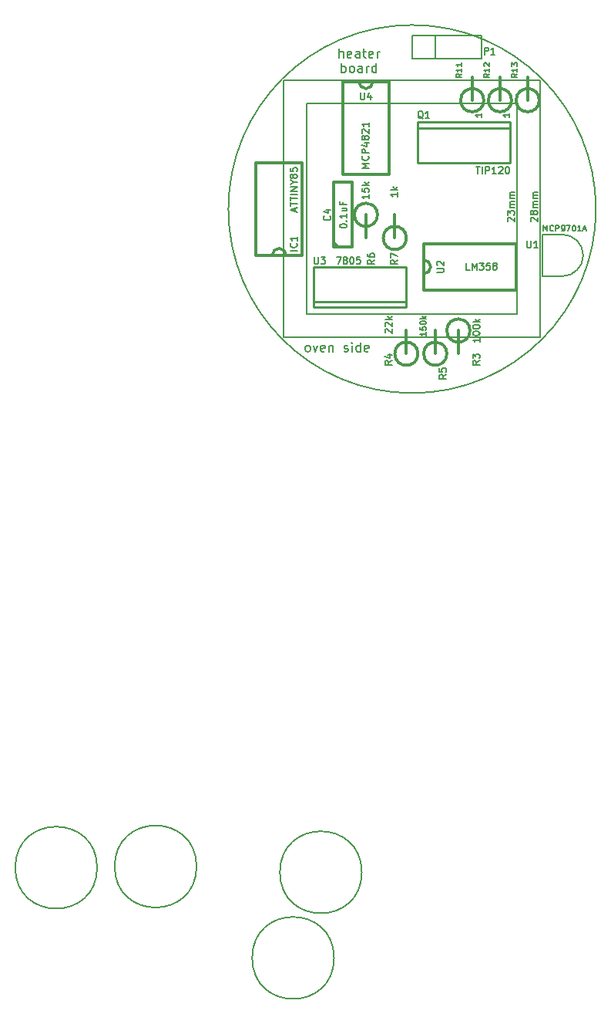
<source format=gto>
G04 (created by PCBNEW (2013-07-07 BZR 4022)-stable) date 6/17/2014 7:27:19 PM*
%MOIN*%
G04 Gerber Fmt 3.4, Leading zero omitted, Abs format*
%FSLAX34Y34*%
G01*
G70*
G90*
G04 APERTURE LIST*
%ADD10C,0.00393701*%
%ADD11C,0.006*%
%ADD12C,0.00787402*%
%ADD13C,0.008*%
%ADD14C,0.00590551*%
%ADD15C,0.012*%
%ADD16C,0.01*%
%ADD17C,0.005*%
G04 APERTURE END LIST*
G54D10*
G54D11*
X90150Y-55028D02*
X90135Y-55014D01*
X90121Y-54985D01*
X90121Y-54914D01*
X90135Y-54885D01*
X90150Y-54871D01*
X90178Y-54857D01*
X90207Y-54857D01*
X90250Y-54871D01*
X90421Y-55042D01*
X90421Y-54857D01*
X90250Y-54685D02*
X90235Y-54714D01*
X90221Y-54728D01*
X90192Y-54742D01*
X90178Y-54742D01*
X90150Y-54728D01*
X90135Y-54714D01*
X90121Y-54685D01*
X90121Y-54628D01*
X90135Y-54600D01*
X90150Y-54585D01*
X90178Y-54571D01*
X90192Y-54571D01*
X90221Y-54585D01*
X90235Y-54600D01*
X90250Y-54628D01*
X90250Y-54685D01*
X90264Y-54714D01*
X90278Y-54728D01*
X90307Y-54742D01*
X90364Y-54742D01*
X90392Y-54728D01*
X90407Y-54714D01*
X90421Y-54685D01*
X90421Y-54628D01*
X90407Y-54600D01*
X90392Y-54585D01*
X90364Y-54571D01*
X90307Y-54571D01*
X90278Y-54585D01*
X90264Y-54600D01*
X90250Y-54628D01*
X90421Y-54442D02*
X90221Y-54442D01*
X90250Y-54442D02*
X90235Y-54428D01*
X90221Y-54400D01*
X90221Y-54357D01*
X90235Y-54328D01*
X90264Y-54314D01*
X90421Y-54314D01*
X90264Y-54314D02*
X90235Y-54300D01*
X90221Y-54271D01*
X90221Y-54228D01*
X90235Y-54200D01*
X90264Y-54185D01*
X90421Y-54185D01*
X90421Y-54042D02*
X90221Y-54042D01*
X90250Y-54042D02*
X90235Y-54028D01*
X90221Y-54000D01*
X90221Y-53957D01*
X90235Y-53928D01*
X90264Y-53914D01*
X90421Y-53914D01*
X90264Y-53914D02*
X90235Y-53900D01*
X90221Y-53871D01*
X90221Y-53828D01*
X90235Y-53800D01*
X90264Y-53785D01*
X90421Y-53785D01*
X89150Y-55028D02*
X89135Y-55014D01*
X89121Y-54985D01*
X89121Y-54914D01*
X89135Y-54885D01*
X89150Y-54871D01*
X89178Y-54857D01*
X89207Y-54857D01*
X89250Y-54871D01*
X89421Y-55042D01*
X89421Y-54857D01*
X89121Y-54757D02*
X89121Y-54571D01*
X89235Y-54671D01*
X89235Y-54628D01*
X89250Y-54600D01*
X89264Y-54585D01*
X89292Y-54571D01*
X89364Y-54571D01*
X89392Y-54585D01*
X89407Y-54600D01*
X89421Y-54628D01*
X89421Y-54714D01*
X89407Y-54742D01*
X89392Y-54757D01*
X89421Y-54442D02*
X89221Y-54442D01*
X89250Y-54442D02*
X89235Y-54428D01*
X89221Y-54400D01*
X89221Y-54357D01*
X89235Y-54328D01*
X89264Y-54314D01*
X89421Y-54314D01*
X89264Y-54314D02*
X89235Y-54300D01*
X89221Y-54271D01*
X89221Y-54228D01*
X89235Y-54200D01*
X89264Y-54185D01*
X89421Y-54185D01*
X89421Y-54042D02*
X89221Y-54042D01*
X89250Y-54042D02*
X89235Y-54028D01*
X89221Y-54000D01*
X89221Y-53957D01*
X89235Y-53928D01*
X89264Y-53914D01*
X89421Y-53914D01*
X89264Y-53914D02*
X89235Y-53900D01*
X89221Y-53871D01*
X89221Y-53828D01*
X89235Y-53800D01*
X89264Y-53785D01*
X89421Y-53785D01*
G54D12*
X80450Y-59050D02*
X80450Y-49950D01*
X89550Y-59050D02*
X80450Y-59050D01*
X89550Y-49950D02*
X89550Y-59050D01*
X80450Y-49950D02*
X89550Y-49950D01*
X79450Y-60050D02*
X79450Y-48950D01*
X90550Y-60050D02*
X79450Y-60050D01*
X90550Y-48950D02*
X90550Y-60050D01*
X79450Y-48950D02*
X90550Y-48950D01*
G54D13*
X80454Y-60661D02*
X80416Y-60642D01*
X80397Y-60623D01*
X80378Y-60585D01*
X80378Y-60471D01*
X80397Y-60433D01*
X80416Y-60414D01*
X80454Y-60395D01*
X80511Y-60395D01*
X80550Y-60414D01*
X80569Y-60433D01*
X80588Y-60471D01*
X80588Y-60585D01*
X80569Y-60623D01*
X80550Y-60642D01*
X80511Y-60661D01*
X80454Y-60661D01*
X80721Y-60395D02*
X80816Y-60661D01*
X80911Y-60395D01*
X81216Y-60642D02*
X81178Y-60661D01*
X81102Y-60661D01*
X81064Y-60642D01*
X81045Y-60604D01*
X81045Y-60452D01*
X81064Y-60414D01*
X81102Y-60395D01*
X81178Y-60395D01*
X81216Y-60414D01*
X81235Y-60452D01*
X81235Y-60490D01*
X81045Y-60528D01*
X81407Y-60395D02*
X81407Y-60661D01*
X81407Y-60433D02*
X81426Y-60414D01*
X81464Y-60395D01*
X81521Y-60395D01*
X81559Y-60414D01*
X81578Y-60452D01*
X81578Y-60661D01*
X82054Y-60642D02*
X82092Y-60661D01*
X82169Y-60661D01*
X82207Y-60642D01*
X82226Y-60604D01*
X82226Y-60585D01*
X82207Y-60547D01*
X82169Y-60528D01*
X82111Y-60528D01*
X82073Y-60509D01*
X82054Y-60471D01*
X82054Y-60452D01*
X82073Y-60414D01*
X82111Y-60395D01*
X82169Y-60395D01*
X82207Y-60414D01*
X82397Y-60661D02*
X82397Y-60395D01*
X82397Y-60261D02*
X82378Y-60280D01*
X82397Y-60300D01*
X82416Y-60280D01*
X82397Y-60261D01*
X82397Y-60300D01*
X82759Y-60661D02*
X82759Y-60261D01*
X82759Y-60642D02*
X82721Y-60661D01*
X82645Y-60661D01*
X82607Y-60642D01*
X82588Y-60623D01*
X82569Y-60585D01*
X82569Y-60471D01*
X82588Y-60433D01*
X82607Y-60414D01*
X82645Y-60395D01*
X82721Y-60395D01*
X82759Y-60414D01*
X83102Y-60642D02*
X83064Y-60661D01*
X82988Y-60661D01*
X82950Y-60642D01*
X82930Y-60604D01*
X82930Y-60452D01*
X82950Y-60414D01*
X82988Y-60395D01*
X83064Y-60395D01*
X83102Y-60414D01*
X83121Y-60452D01*
X83121Y-60490D01*
X82930Y-60528D01*
X81852Y-47961D02*
X81852Y-47561D01*
X82023Y-47961D02*
X82023Y-47752D01*
X82004Y-47714D01*
X81966Y-47695D01*
X81909Y-47695D01*
X81871Y-47714D01*
X81852Y-47733D01*
X82366Y-47942D02*
X82328Y-47961D01*
X82252Y-47961D01*
X82214Y-47942D01*
X82195Y-47904D01*
X82195Y-47752D01*
X82214Y-47714D01*
X82252Y-47695D01*
X82328Y-47695D01*
X82366Y-47714D01*
X82385Y-47752D01*
X82385Y-47790D01*
X82195Y-47828D01*
X82728Y-47961D02*
X82728Y-47752D01*
X82709Y-47714D01*
X82671Y-47695D01*
X82595Y-47695D01*
X82557Y-47714D01*
X82728Y-47942D02*
X82690Y-47961D01*
X82595Y-47961D01*
X82557Y-47942D01*
X82538Y-47904D01*
X82538Y-47866D01*
X82557Y-47828D01*
X82595Y-47809D01*
X82690Y-47809D01*
X82728Y-47790D01*
X82861Y-47695D02*
X83014Y-47695D01*
X82919Y-47561D02*
X82919Y-47904D01*
X82938Y-47942D01*
X82976Y-47961D01*
X83014Y-47961D01*
X83300Y-47942D02*
X83261Y-47961D01*
X83185Y-47961D01*
X83147Y-47942D01*
X83128Y-47904D01*
X83128Y-47752D01*
X83147Y-47714D01*
X83185Y-47695D01*
X83261Y-47695D01*
X83300Y-47714D01*
X83319Y-47752D01*
X83319Y-47790D01*
X83128Y-47828D01*
X83490Y-47961D02*
X83490Y-47695D01*
X83490Y-47771D02*
X83509Y-47733D01*
X83528Y-47714D01*
X83566Y-47695D01*
X83604Y-47695D01*
X81947Y-48601D02*
X81947Y-48201D01*
X81947Y-48354D02*
X81985Y-48335D01*
X82061Y-48335D01*
X82100Y-48354D01*
X82119Y-48373D01*
X82138Y-48411D01*
X82138Y-48525D01*
X82119Y-48563D01*
X82100Y-48582D01*
X82061Y-48601D01*
X81985Y-48601D01*
X81947Y-48582D01*
X82366Y-48601D02*
X82328Y-48582D01*
X82309Y-48563D01*
X82290Y-48525D01*
X82290Y-48411D01*
X82309Y-48373D01*
X82328Y-48354D01*
X82366Y-48335D01*
X82423Y-48335D01*
X82461Y-48354D01*
X82480Y-48373D01*
X82500Y-48411D01*
X82500Y-48525D01*
X82480Y-48563D01*
X82461Y-48582D01*
X82423Y-48601D01*
X82366Y-48601D01*
X82842Y-48601D02*
X82842Y-48392D01*
X82823Y-48354D01*
X82785Y-48335D01*
X82709Y-48335D01*
X82671Y-48354D01*
X82842Y-48582D02*
X82804Y-48601D01*
X82709Y-48601D01*
X82671Y-48582D01*
X82652Y-48544D01*
X82652Y-48506D01*
X82671Y-48468D01*
X82709Y-48449D01*
X82804Y-48449D01*
X82842Y-48430D01*
X83033Y-48601D02*
X83033Y-48335D01*
X83033Y-48411D02*
X83052Y-48373D01*
X83071Y-48354D01*
X83109Y-48335D01*
X83147Y-48335D01*
X83452Y-48601D02*
X83452Y-48201D01*
X83452Y-48582D02*
X83414Y-48601D01*
X83338Y-48601D01*
X83300Y-48582D01*
X83280Y-48563D01*
X83261Y-48525D01*
X83261Y-48411D01*
X83280Y-48373D01*
X83300Y-48354D01*
X83338Y-48335D01*
X83414Y-48335D01*
X83452Y-48354D01*
G54D12*
X92950Y-54500D02*
G75*
G03X92950Y-54500I-7950J0D01*
G74*
G01*
G54D14*
X82821Y-83150D02*
G75*
G03X82821Y-83150I-1771J0D01*
G74*
G01*
X81621Y-86850D02*
G75*
G03X81621Y-86850I-1771J0D01*
G74*
G01*
G54D11*
X85000Y-48000D02*
X85000Y-47000D01*
X85000Y-47000D02*
X88000Y-47000D01*
X88000Y-47000D02*
X88000Y-48000D01*
X88000Y-48000D02*
X85000Y-48000D01*
X86000Y-47000D02*
X86000Y-48000D01*
G54D15*
X81600Y-56150D02*
X81600Y-53350D01*
X81600Y-53350D02*
X82400Y-53350D01*
X82400Y-53350D02*
X82400Y-56150D01*
X82400Y-56150D02*
X81600Y-56150D01*
X81800Y-56150D02*
X81600Y-55950D01*
G54D14*
X91500Y-55600D02*
X90650Y-55600D01*
X90650Y-55600D02*
X90650Y-57400D01*
X90650Y-57400D02*
X91500Y-57400D01*
X91500Y-57400D02*
G75*
G03X92400Y-56500I0J900D01*
G74*
G01*
X92400Y-56500D02*
G75*
G03X91500Y-55600I-900J0D01*
G74*
G01*
G54D16*
X85250Y-51000D02*
X85250Y-50750D01*
X85250Y-50750D02*
X89250Y-50750D01*
X89250Y-50750D02*
X89250Y-51000D01*
X85250Y-52500D02*
X85250Y-51000D01*
X85250Y-51000D02*
X89250Y-51000D01*
X89250Y-51000D02*
X89250Y-52500D01*
X89250Y-52500D02*
X85250Y-52500D01*
X84750Y-58500D02*
X84750Y-58750D01*
X84750Y-58750D02*
X80750Y-58750D01*
X80750Y-58750D02*
X80750Y-58500D01*
X84750Y-57000D02*
X84750Y-58500D01*
X84750Y-58500D02*
X80750Y-58500D01*
X80750Y-58500D02*
X80750Y-57000D01*
X80750Y-57000D02*
X84750Y-57000D01*
G54D15*
X86500Y-60750D02*
G75*
G03X86500Y-60750I-500J0D01*
G74*
G01*
X86000Y-60750D02*
X86000Y-59750D01*
X85250Y-60750D02*
G75*
G03X85250Y-60750I-500J0D01*
G74*
G01*
X84750Y-60750D02*
X84750Y-59750D01*
X87500Y-59750D02*
G75*
G03X87500Y-59750I-500J0D01*
G74*
G01*
X87000Y-59750D02*
X87000Y-60750D01*
X88100Y-49800D02*
G75*
G03X88100Y-49800I-500J0D01*
G74*
G01*
X87600Y-49800D02*
X87600Y-48800D01*
X89300Y-49800D02*
G75*
G03X89300Y-49800I-500J0D01*
G74*
G01*
X88800Y-49800D02*
X88800Y-48800D01*
X90500Y-49800D02*
G75*
G03X90500Y-49800I-500J0D01*
G74*
G01*
X90000Y-49800D02*
X90000Y-48800D01*
X84750Y-55750D02*
G75*
G03X84750Y-55750I-500J0D01*
G74*
G01*
X84250Y-55750D02*
X84250Y-54750D01*
X83500Y-54750D02*
G75*
G03X83500Y-54750I-500J0D01*
G74*
G01*
X83000Y-54750D02*
X83000Y-55750D01*
G54D14*
X71371Y-82950D02*
G75*
G03X71371Y-82950I-1771J0D01*
G74*
G01*
X75671Y-82900D02*
G75*
G03X75671Y-82900I-1771J0D01*
G74*
G01*
G54D15*
X83000Y-49300D02*
G75*
G03X83300Y-49000I0J300D01*
G74*
G01*
X82700Y-49000D02*
G75*
G03X83000Y-49300I300J0D01*
G74*
G01*
X84000Y-49000D02*
X84000Y-53000D01*
X84000Y-53000D02*
X82000Y-53000D01*
X82000Y-53000D02*
X82000Y-49000D01*
X82000Y-49000D02*
X84000Y-49000D01*
X79250Y-56200D02*
G75*
G03X78950Y-56500I0J-300D01*
G74*
G01*
X79550Y-56500D02*
G75*
G03X79250Y-56200I-300J0D01*
G74*
G01*
X78250Y-56500D02*
X78250Y-52500D01*
X78250Y-52500D02*
X80250Y-52500D01*
X80250Y-52500D02*
X80250Y-56500D01*
X80250Y-56500D02*
X78250Y-56500D01*
X85800Y-57000D02*
G75*
G03X85500Y-56700I-300J0D01*
G74*
G01*
X85500Y-57300D02*
G75*
G03X85800Y-57000I0J300D01*
G74*
G01*
X85500Y-56000D02*
X89500Y-56000D01*
X89500Y-56000D02*
X89500Y-58000D01*
X89500Y-58000D02*
X85500Y-58000D01*
X85500Y-58000D02*
X85500Y-56000D01*
G54D11*
X88128Y-47821D02*
X88128Y-47521D01*
X88242Y-47521D01*
X88271Y-47535D01*
X88285Y-47550D01*
X88300Y-47578D01*
X88300Y-47621D01*
X88285Y-47650D01*
X88271Y-47664D01*
X88242Y-47678D01*
X88128Y-47678D01*
X88585Y-47821D02*
X88414Y-47821D01*
X88500Y-47821D02*
X88500Y-47521D01*
X88471Y-47564D01*
X88442Y-47592D01*
X88414Y-47607D01*
X81442Y-54800D02*
X81457Y-54814D01*
X81471Y-54857D01*
X81471Y-54885D01*
X81457Y-54928D01*
X81428Y-54957D01*
X81400Y-54971D01*
X81342Y-54985D01*
X81300Y-54985D01*
X81242Y-54971D01*
X81214Y-54957D01*
X81185Y-54928D01*
X81171Y-54885D01*
X81171Y-54857D01*
X81185Y-54814D01*
X81200Y-54800D01*
X81271Y-54542D02*
X81471Y-54542D01*
X81157Y-54614D02*
X81371Y-54685D01*
X81371Y-54500D01*
X81871Y-55242D02*
X81871Y-55214D01*
X81885Y-55185D01*
X81900Y-55171D01*
X81928Y-55157D01*
X81985Y-55142D01*
X82057Y-55142D01*
X82114Y-55157D01*
X82142Y-55171D01*
X82157Y-55185D01*
X82171Y-55214D01*
X82171Y-55242D01*
X82157Y-55271D01*
X82142Y-55285D01*
X82114Y-55299D01*
X82057Y-55314D01*
X81985Y-55314D01*
X81928Y-55299D01*
X81900Y-55285D01*
X81885Y-55271D01*
X81871Y-55242D01*
X82142Y-55014D02*
X82157Y-55000D01*
X82171Y-55014D01*
X82157Y-55028D01*
X82142Y-55014D01*
X82171Y-55014D01*
X82171Y-54714D02*
X82171Y-54885D01*
X82171Y-54800D02*
X81871Y-54800D01*
X81914Y-54828D01*
X81942Y-54857D01*
X81957Y-54885D01*
X81971Y-54457D02*
X82171Y-54457D01*
X81971Y-54585D02*
X82128Y-54585D01*
X82157Y-54571D01*
X82171Y-54542D01*
X82171Y-54500D01*
X82157Y-54471D01*
X82142Y-54457D01*
X82014Y-54214D02*
X82014Y-54314D01*
X82171Y-54314D02*
X81871Y-54314D01*
X81871Y-54171D01*
X89971Y-55871D02*
X89971Y-56114D01*
X89985Y-56142D01*
X90000Y-56157D01*
X90028Y-56171D01*
X90085Y-56171D01*
X90114Y-56157D01*
X90128Y-56142D01*
X90142Y-56114D01*
X90142Y-55871D01*
X90442Y-56171D02*
X90271Y-56171D01*
X90357Y-56171D02*
X90357Y-55871D01*
X90328Y-55914D01*
X90300Y-55942D01*
X90271Y-55957D01*
G54D17*
X90683Y-55451D02*
X90683Y-55201D01*
X90766Y-55379D01*
X90850Y-55201D01*
X90850Y-55451D01*
X91111Y-55427D02*
X91100Y-55439D01*
X91064Y-55451D01*
X91040Y-55451D01*
X91004Y-55439D01*
X90980Y-55415D01*
X90969Y-55391D01*
X90957Y-55344D01*
X90957Y-55308D01*
X90969Y-55260D01*
X90980Y-55236D01*
X91004Y-55213D01*
X91040Y-55201D01*
X91064Y-55201D01*
X91100Y-55213D01*
X91111Y-55225D01*
X91219Y-55451D02*
X91219Y-55201D01*
X91314Y-55201D01*
X91338Y-55213D01*
X91350Y-55225D01*
X91361Y-55248D01*
X91361Y-55284D01*
X91350Y-55308D01*
X91338Y-55320D01*
X91314Y-55332D01*
X91219Y-55332D01*
X91480Y-55451D02*
X91528Y-55451D01*
X91552Y-55439D01*
X91564Y-55427D01*
X91588Y-55391D01*
X91600Y-55344D01*
X91600Y-55248D01*
X91588Y-55225D01*
X91576Y-55213D01*
X91552Y-55201D01*
X91504Y-55201D01*
X91480Y-55213D01*
X91469Y-55225D01*
X91457Y-55248D01*
X91457Y-55308D01*
X91469Y-55332D01*
X91480Y-55344D01*
X91504Y-55355D01*
X91552Y-55355D01*
X91576Y-55344D01*
X91588Y-55332D01*
X91600Y-55308D01*
X91683Y-55201D02*
X91850Y-55201D01*
X91742Y-55451D01*
X91992Y-55201D02*
X92016Y-55201D01*
X92040Y-55213D01*
X92052Y-55225D01*
X92064Y-55248D01*
X92076Y-55296D01*
X92076Y-55355D01*
X92064Y-55403D01*
X92052Y-55427D01*
X92040Y-55439D01*
X92016Y-55451D01*
X91992Y-55451D01*
X91969Y-55439D01*
X91957Y-55427D01*
X91945Y-55403D01*
X91933Y-55355D01*
X91933Y-55296D01*
X91945Y-55248D01*
X91957Y-55225D01*
X91969Y-55213D01*
X91992Y-55201D01*
X92314Y-55451D02*
X92171Y-55451D01*
X92242Y-55451D02*
X92242Y-55201D01*
X92219Y-55236D01*
X92195Y-55260D01*
X92171Y-55272D01*
X92409Y-55379D02*
X92528Y-55379D01*
X92385Y-55451D02*
X92469Y-55201D01*
X92552Y-55451D01*
G54D11*
X85471Y-50600D02*
X85442Y-50585D01*
X85414Y-50557D01*
X85371Y-50514D01*
X85342Y-50500D01*
X85314Y-50500D01*
X85328Y-50571D02*
X85300Y-50557D01*
X85271Y-50528D01*
X85257Y-50471D01*
X85257Y-50371D01*
X85271Y-50314D01*
X85300Y-50285D01*
X85328Y-50271D01*
X85385Y-50271D01*
X85414Y-50285D01*
X85442Y-50314D01*
X85457Y-50371D01*
X85457Y-50471D01*
X85442Y-50528D01*
X85414Y-50557D01*
X85385Y-50571D01*
X85328Y-50571D01*
X85742Y-50571D02*
X85571Y-50571D01*
X85657Y-50571D02*
X85657Y-50271D01*
X85628Y-50314D01*
X85600Y-50342D01*
X85571Y-50357D01*
X87764Y-52671D02*
X87935Y-52671D01*
X87850Y-52971D02*
X87850Y-52671D01*
X88035Y-52971D02*
X88035Y-52671D01*
X88178Y-52971D02*
X88178Y-52671D01*
X88292Y-52671D01*
X88321Y-52685D01*
X88335Y-52700D01*
X88350Y-52728D01*
X88350Y-52771D01*
X88335Y-52800D01*
X88321Y-52814D01*
X88292Y-52828D01*
X88178Y-52828D01*
X88635Y-52971D02*
X88464Y-52971D01*
X88550Y-52971D02*
X88550Y-52671D01*
X88521Y-52714D01*
X88492Y-52742D01*
X88464Y-52757D01*
X88750Y-52700D02*
X88764Y-52685D01*
X88792Y-52671D01*
X88864Y-52671D01*
X88892Y-52685D01*
X88907Y-52700D01*
X88921Y-52728D01*
X88921Y-52757D01*
X88907Y-52800D01*
X88735Y-52971D01*
X88921Y-52971D01*
X89107Y-52671D02*
X89135Y-52671D01*
X89164Y-52685D01*
X89178Y-52700D01*
X89192Y-52728D01*
X89207Y-52785D01*
X89207Y-52857D01*
X89192Y-52914D01*
X89178Y-52942D01*
X89164Y-52957D01*
X89135Y-52971D01*
X89107Y-52971D01*
X89078Y-52957D01*
X89064Y-52942D01*
X89050Y-52914D01*
X89035Y-52857D01*
X89035Y-52785D01*
X89050Y-52728D01*
X89064Y-52700D01*
X89078Y-52685D01*
X89107Y-52671D01*
X80771Y-56571D02*
X80771Y-56814D01*
X80785Y-56842D01*
X80800Y-56857D01*
X80828Y-56871D01*
X80885Y-56871D01*
X80914Y-56857D01*
X80928Y-56842D01*
X80942Y-56814D01*
X80942Y-56571D01*
X81057Y-56571D02*
X81242Y-56571D01*
X81142Y-56685D01*
X81185Y-56685D01*
X81214Y-56700D01*
X81228Y-56714D01*
X81242Y-56742D01*
X81242Y-56814D01*
X81228Y-56842D01*
X81214Y-56857D01*
X81185Y-56871D01*
X81100Y-56871D01*
X81071Y-56857D01*
X81057Y-56842D01*
X81721Y-56571D02*
X81921Y-56571D01*
X81792Y-56871D01*
X82078Y-56700D02*
X82050Y-56685D01*
X82035Y-56671D01*
X82021Y-56642D01*
X82021Y-56628D01*
X82035Y-56600D01*
X82050Y-56585D01*
X82078Y-56571D01*
X82135Y-56571D01*
X82164Y-56585D01*
X82178Y-56600D01*
X82192Y-56628D01*
X82192Y-56642D01*
X82178Y-56671D01*
X82164Y-56685D01*
X82135Y-56700D01*
X82078Y-56700D01*
X82050Y-56714D01*
X82035Y-56728D01*
X82021Y-56757D01*
X82021Y-56814D01*
X82035Y-56842D01*
X82050Y-56857D01*
X82078Y-56871D01*
X82135Y-56871D01*
X82164Y-56857D01*
X82178Y-56842D01*
X82192Y-56814D01*
X82192Y-56757D01*
X82178Y-56728D01*
X82164Y-56714D01*
X82135Y-56700D01*
X82378Y-56571D02*
X82407Y-56571D01*
X82435Y-56585D01*
X82450Y-56600D01*
X82464Y-56628D01*
X82478Y-56685D01*
X82478Y-56757D01*
X82464Y-56814D01*
X82450Y-56842D01*
X82435Y-56857D01*
X82407Y-56871D01*
X82378Y-56871D01*
X82350Y-56857D01*
X82335Y-56842D01*
X82321Y-56814D01*
X82307Y-56757D01*
X82307Y-56685D01*
X82321Y-56628D01*
X82335Y-56600D01*
X82350Y-56585D01*
X82378Y-56571D01*
X82750Y-56571D02*
X82607Y-56571D01*
X82592Y-56714D01*
X82607Y-56700D01*
X82635Y-56685D01*
X82707Y-56685D01*
X82735Y-56700D01*
X82750Y-56714D01*
X82764Y-56742D01*
X82764Y-56814D01*
X82750Y-56842D01*
X82735Y-56857D01*
X82707Y-56871D01*
X82635Y-56871D01*
X82607Y-56857D01*
X82592Y-56842D01*
X86471Y-61650D02*
X86328Y-61750D01*
X86471Y-61821D02*
X86171Y-61821D01*
X86171Y-61707D01*
X86185Y-61678D01*
X86200Y-61664D01*
X86228Y-61650D01*
X86271Y-61650D01*
X86300Y-61664D01*
X86314Y-61678D01*
X86328Y-61707D01*
X86328Y-61821D01*
X86171Y-61378D02*
X86171Y-61521D01*
X86314Y-61535D01*
X86300Y-61521D01*
X86285Y-61492D01*
X86285Y-61421D01*
X86300Y-61392D01*
X86314Y-61378D01*
X86342Y-61364D01*
X86414Y-61364D01*
X86442Y-61378D01*
X86457Y-61392D01*
X86471Y-61421D01*
X86471Y-61492D01*
X86457Y-61521D01*
X86442Y-61535D01*
G54D17*
X85601Y-59817D02*
X85601Y-59960D01*
X85601Y-59889D02*
X85351Y-59889D01*
X85386Y-59913D01*
X85410Y-59936D01*
X85422Y-59960D01*
X85351Y-59591D02*
X85351Y-59710D01*
X85470Y-59722D01*
X85458Y-59710D01*
X85446Y-59686D01*
X85446Y-59627D01*
X85458Y-59603D01*
X85470Y-59591D01*
X85494Y-59579D01*
X85553Y-59579D01*
X85577Y-59591D01*
X85589Y-59603D01*
X85601Y-59627D01*
X85601Y-59686D01*
X85589Y-59710D01*
X85577Y-59722D01*
X85351Y-59425D02*
X85351Y-59401D01*
X85363Y-59377D01*
X85375Y-59365D01*
X85398Y-59353D01*
X85446Y-59341D01*
X85505Y-59341D01*
X85553Y-59353D01*
X85577Y-59365D01*
X85589Y-59377D01*
X85601Y-59401D01*
X85601Y-59425D01*
X85589Y-59448D01*
X85577Y-59460D01*
X85553Y-59472D01*
X85505Y-59484D01*
X85446Y-59484D01*
X85398Y-59472D01*
X85375Y-59460D01*
X85363Y-59448D01*
X85351Y-59425D01*
X85601Y-59234D02*
X85351Y-59234D01*
X85505Y-59210D02*
X85601Y-59139D01*
X85434Y-59139D02*
X85529Y-59234D01*
G54D11*
X84121Y-61050D02*
X83978Y-61150D01*
X84121Y-61221D02*
X83821Y-61221D01*
X83821Y-61107D01*
X83835Y-61078D01*
X83850Y-61064D01*
X83878Y-61050D01*
X83921Y-61050D01*
X83950Y-61064D01*
X83964Y-61078D01*
X83978Y-61107D01*
X83978Y-61221D01*
X83921Y-60792D02*
X84121Y-60792D01*
X83807Y-60864D02*
X84021Y-60935D01*
X84021Y-60750D01*
X83850Y-59849D02*
X83835Y-59835D01*
X83821Y-59807D01*
X83821Y-59735D01*
X83835Y-59707D01*
X83850Y-59692D01*
X83878Y-59678D01*
X83907Y-59678D01*
X83950Y-59692D01*
X84121Y-59864D01*
X84121Y-59678D01*
X83850Y-59564D02*
X83835Y-59549D01*
X83821Y-59521D01*
X83821Y-59449D01*
X83835Y-59421D01*
X83850Y-59407D01*
X83878Y-59392D01*
X83907Y-59392D01*
X83950Y-59407D01*
X84121Y-59578D01*
X84121Y-59392D01*
X84121Y-59264D02*
X83821Y-59264D01*
X84007Y-59235D02*
X84121Y-59150D01*
X83921Y-59150D02*
X84035Y-59264D01*
X87921Y-61050D02*
X87778Y-61150D01*
X87921Y-61221D02*
X87621Y-61221D01*
X87621Y-61107D01*
X87635Y-61078D01*
X87650Y-61064D01*
X87678Y-61050D01*
X87721Y-61050D01*
X87750Y-61064D01*
X87764Y-61078D01*
X87778Y-61107D01*
X87778Y-61221D01*
X87621Y-60950D02*
X87621Y-60764D01*
X87735Y-60864D01*
X87735Y-60821D01*
X87750Y-60792D01*
X87764Y-60778D01*
X87792Y-60764D01*
X87864Y-60764D01*
X87892Y-60778D01*
X87907Y-60792D01*
X87921Y-60821D01*
X87921Y-60907D01*
X87907Y-60935D01*
X87892Y-60950D01*
X87921Y-60071D02*
X87921Y-60242D01*
X87921Y-60157D02*
X87621Y-60157D01*
X87664Y-60185D01*
X87692Y-60214D01*
X87707Y-60242D01*
X87621Y-59885D02*
X87621Y-59857D01*
X87635Y-59828D01*
X87650Y-59814D01*
X87678Y-59799D01*
X87735Y-59785D01*
X87807Y-59785D01*
X87864Y-59799D01*
X87892Y-59814D01*
X87907Y-59828D01*
X87921Y-59857D01*
X87921Y-59885D01*
X87907Y-59914D01*
X87892Y-59928D01*
X87864Y-59942D01*
X87807Y-59957D01*
X87735Y-59957D01*
X87678Y-59942D01*
X87650Y-59928D01*
X87635Y-59914D01*
X87621Y-59885D01*
X87621Y-59600D02*
X87621Y-59571D01*
X87635Y-59542D01*
X87650Y-59528D01*
X87678Y-59514D01*
X87735Y-59500D01*
X87807Y-59500D01*
X87864Y-59514D01*
X87892Y-59528D01*
X87907Y-59542D01*
X87921Y-59571D01*
X87921Y-59600D01*
X87907Y-59628D01*
X87892Y-59642D01*
X87864Y-59657D01*
X87807Y-59671D01*
X87735Y-59671D01*
X87678Y-59657D01*
X87650Y-59642D01*
X87635Y-59628D01*
X87621Y-59600D01*
X87921Y-59371D02*
X87621Y-59371D01*
X87807Y-59342D02*
X87921Y-59257D01*
X87721Y-59257D02*
X87835Y-59371D01*
G54D17*
X87151Y-48660D02*
X87032Y-48744D01*
X87151Y-48803D02*
X86901Y-48803D01*
X86901Y-48708D01*
X86913Y-48684D01*
X86925Y-48672D01*
X86948Y-48660D01*
X86984Y-48660D01*
X87008Y-48672D01*
X87020Y-48684D01*
X87032Y-48708D01*
X87032Y-48803D01*
X87151Y-48422D02*
X87151Y-48565D01*
X87151Y-48494D02*
X86901Y-48494D01*
X86936Y-48517D01*
X86960Y-48541D01*
X86972Y-48565D01*
X87151Y-48184D02*
X87151Y-48327D01*
X87151Y-48255D02*
X86901Y-48255D01*
X86936Y-48279D01*
X86960Y-48303D01*
X86972Y-48327D01*
X88001Y-50378D02*
X88001Y-50521D01*
X88001Y-50450D02*
X87751Y-50450D01*
X87786Y-50473D01*
X87810Y-50497D01*
X87822Y-50521D01*
X88351Y-48660D02*
X88232Y-48744D01*
X88351Y-48803D02*
X88101Y-48803D01*
X88101Y-48708D01*
X88113Y-48684D01*
X88125Y-48672D01*
X88148Y-48660D01*
X88184Y-48660D01*
X88208Y-48672D01*
X88220Y-48684D01*
X88232Y-48708D01*
X88232Y-48803D01*
X88351Y-48422D02*
X88351Y-48565D01*
X88351Y-48494D02*
X88101Y-48494D01*
X88136Y-48517D01*
X88160Y-48541D01*
X88172Y-48565D01*
X88125Y-48327D02*
X88113Y-48315D01*
X88101Y-48291D01*
X88101Y-48232D01*
X88113Y-48208D01*
X88125Y-48196D01*
X88148Y-48184D01*
X88172Y-48184D01*
X88208Y-48196D01*
X88351Y-48339D01*
X88351Y-48184D01*
X89201Y-50378D02*
X89201Y-50521D01*
X89201Y-50450D02*
X88951Y-50450D01*
X88986Y-50473D01*
X89010Y-50497D01*
X89022Y-50521D01*
X89551Y-48660D02*
X89432Y-48744D01*
X89551Y-48803D02*
X89301Y-48803D01*
X89301Y-48708D01*
X89313Y-48684D01*
X89325Y-48672D01*
X89348Y-48660D01*
X89384Y-48660D01*
X89408Y-48672D01*
X89420Y-48684D01*
X89432Y-48708D01*
X89432Y-48803D01*
X89551Y-48422D02*
X89551Y-48565D01*
X89551Y-48494D02*
X89301Y-48494D01*
X89336Y-48517D01*
X89360Y-48541D01*
X89372Y-48565D01*
X89301Y-48339D02*
X89301Y-48184D01*
X89396Y-48267D01*
X89396Y-48232D01*
X89408Y-48208D01*
X89420Y-48196D01*
X89444Y-48184D01*
X89503Y-48184D01*
X89527Y-48196D01*
X89539Y-48208D01*
X89551Y-48232D01*
X89551Y-48303D01*
X89539Y-48327D01*
X89527Y-48339D01*
G54D11*
X84371Y-56700D02*
X84228Y-56800D01*
X84371Y-56871D02*
X84071Y-56871D01*
X84071Y-56757D01*
X84085Y-56728D01*
X84100Y-56714D01*
X84128Y-56700D01*
X84171Y-56700D01*
X84200Y-56714D01*
X84214Y-56728D01*
X84228Y-56757D01*
X84228Y-56871D01*
X84071Y-56600D02*
X84071Y-56400D01*
X84371Y-56528D01*
X84371Y-53785D02*
X84371Y-53957D01*
X84371Y-53871D02*
X84071Y-53871D01*
X84114Y-53899D01*
X84142Y-53928D01*
X84157Y-53957D01*
X84371Y-53657D02*
X84071Y-53657D01*
X84257Y-53628D02*
X84371Y-53542D01*
X84171Y-53542D02*
X84285Y-53657D01*
X83371Y-56700D02*
X83228Y-56800D01*
X83371Y-56871D02*
X83071Y-56871D01*
X83071Y-56757D01*
X83085Y-56728D01*
X83100Y-56714D01*
X83128Y-56700D01*
X83171Y-56700D01*
X83200Y-56714D01*
X83214Y-56728D01*
X83228Y-56757D01*
X83228Y-56871D01*
X83071Y-56442D02*
X83071Y-56500D01*
X83085Y-56528D01*
X83100Y-56542D01*
X83142Y-56571D01*
X83200Y-56585D01*
X83314Y-56585D01*
X83342Y-56571D01*
X83357Y-56557D01*
X83371Y-56528D01*
X83371Y-56471D01*
X83357Y-56442D01*
X83342Y-56428D01*
X83314Y-56414D01*
X83242Y-56414D01*
X83214Y-56428D01*
X83200Y-56442D01*
X83185Y-56471D01*
X83185Y-56528D01*
X83200Y-56557D01*
X83214Y-56571D01*
X83242Y-56585D01*
X83121Y-53878D02*
X83121Y-54049D01*
X83121Y-53964D02*
X82821Y-53964D01*
X82864Y-53992D01*
X82892Y-54021D01*
X82907Y-54049D01*
X82821Y-53607D02*
X82821Y-53749D01*
X82964Y-53764D01*
X82950Y-53749D01*
X82935Y-53721D01*
X82935Y-53649D01*
X82950Y-53621D01*
X82964Y-53607D01*
X82992Y-53592D01*
X83064Y-53592D01*
X83092Y-53607D01*
X83107Y-53621D01*
X83121Y-53649D01*
X83121Y-53721D01*
X83107Y-53749D01*
X83092Y-53764D01*
X83121Y-53464D02*
X82821Y-53464D01*
X83007Y-53435D02*
X83121Y-53350D01*
X82921Y-53350D02*
X83035Y-53464D01*
X82771Y-49471D02*
X82771Y-49714D01*
X82785Y-49742D01*
X82800Y-49757D01*
X82828Y-49771D01*
X82885Y-49771D01*
X82914Y-49757D01*
X82928Y-49742D01*
X82942Y-49714D01*
X82942Y-49471D01*
X83214Y-49571D02*
X83214Y-49771D01*
X83142Y-49457D02*
X83071Y-49671D01*
X83257Y-49671D01*
X83121Y-52721D02*
X82821Y-52721D01*
X83035Y-52621D01*
X82821Y-52521D01*
X83121Y-52521D01*
X83092Y-52207D02*
X83107Y-52221D01*
X83121Y-52264D01*
X83121Y-52292D01*
X83107Y-52335D01*
X83078Y-52364D01*
X83050Y-52378D01*
X82992Y-52392D01*
X82950Y-52392D01*
X82892Y-52378D01*
X82864Y-52364D01*
X82835Y-52335D01*
X82821Y-52292D01*
X82821Y-52264D01*
X82835Y-52221D01*
X82850Y-52207D01*
X83121Y-52078D02*
X82821Y-52078D01*
X82821Y-51964D01*
X82835Y-51935D01*
X82850Y-51921D01*
X82878Y-51907D01*
X82921Y-51907D01*
X82950Y-51921D01*
X82964Y-51935D01*
X82978Y-51964D01*
X82978Y-52078D01*
X82921Y-51649D02*
X83121Y-51649D01*
X82807Y-51721D02*
X83021Y-51792D01*
X83021Y-51607D01*
X82950Y-51449D02*
X82935Y-51478D01*
X82921Y-51492D01*
X82892Y-51507D01*
X82878Y-51507D01*
X82850Y-51492D01*
X82835Y-51478D01*
X82821Y-51449D01*
X82821Y-51392D01*
X82835Y-51364D01*
X82850Y-51349D01*
X82878Y-51335D01*
X82892Y-51335D01*
X82921Y-51349D01*
X82935Y-51364D01*
X82950Y-51392D01*
X82950Y-51449D01*
X82964Y-51478D01*
X82978Y-51492D01*
X83007Y-51507D01*
X83064Y-51507D01*
X83092Y-51492D01*
X83107Y-51478D01*
X83121Y-51449D01*
X83121Y-51392D01*
X83107Y-51364D01*
X83092Y-51349D01*
X83064Y-51335D01*
X83007Y-51335D01*
X82978Y-51349D01*
X82964Y-51364D01*
X82950Y-51392D01*
X82850Y-51221D02*
X82835Y-51207D01*
X82821Y-51178D01*
X82821Y-51107D01*
X82835Y-51078D01*
X82850Y-51064D01*
X82878Y-51050D01*
X82907Y-51050D01*
X82950Y-51064D01*
X83121Y-51235D01*
X83121Y-51050D01*
X83121Y-50764D02*
X83121Y-50935D01*
X83121Y-50850D02*
X82821Y-50850D01*
X82864Y-50878D01*
X82892Y-50907D01*
X82907Y-50935D01*
X80021Y-56292D02*
X79721Y-56292D01*
X79992Y-55978D02*
X80007Y-55992D01*
X80021Y-56035D01*
X80021Y-56064D01*
X80007Y-56107D01*
X79978Y-56135D01*
X79950Y-56149D01*
X79892Y-56164D01*
X79850Y-56164D01*
X79792Y-56149D01*
X79764Y-56135D01*
X79735Y-56107D01*
X79721Y-56064D01*
X79721Y-56035D01*
X79735Y-55992D01*
X79750Y-55978D01*
X80021Y-55692D02*
X80021Y-55864D01*
X80021Y-55778D02*
X79721Y-55778D01*
X79764Y-55807D01*
X79792Y-55835D01*
X79807Y-55864D01*
X79935Y-54592D02*
X79935Y-54449D01*
X80021Y-54621D02*
X79721Y-54521D01*
X80021Y-54421D01*
X79721Y-54364D02*
X79721Y-54192D01*
X80021Y-54278D02*
X79721Y-54278D01*
X79721Y-54135D02*
X79721Y-53964D01*
X80021Y-54049D02*
X79721Y-54049D01*
X80021Y-53864D02*
X79721Y-53864D01*
X80021Y-53721D02*
X79721Y-53721D01*
X80021Y-53550D01*
X79721Y-53550D01*
X79878Y-53350D02*
X80021Y-53350D01*
X79721Y-53450D02*
X79878Y-53350D01*
X79721Y-53250D01*
X79850Y-53107D02*
X79835Y-53135D01*
X79821Y-53149D01*
X79792Y-53164D01*
X79778Y-53164D01*
X79750Y-53149D01*
X79735Y-53135D01*
X79721Y-53107D01*
X79721Y-53049D01*
X79735Y-53021D01*
X79750Y-53007D01*
X79778Y-52992D01*
X79792Y-52992D01*
X79821Y-53007D01*
X79835Y-53021D01*
X79850Y-53049D01*
X79850Y-53107D01*
X79864Y-53135D01*
X79878Y-53149D01*
X79907Y-53164D01*
X79964Y-53164D01*
X79992Y-53149D01*
X80007Y-53135D01*
X80021Y-53107D01*
X80021Y-53049D01*
X80007Y-53021D01*
X79992Y-53007D01*
X79964Y-52992D01*
X79907Y-52992D01*
X79878Y-53007D01*
X79864Y-53021D01*
X79850Y-53049D01*
X79721Y-52721D02*
X79721Y-52864D01*
X79864Y-52878D01*
X79850Y-52864D01*
X79835Y-52835D01*
X79835Y-52764D01*
X79850Y-52735D01*
X79864Y-52721D01*
X79892Y-52707D01*
X79964Y-52707D01*
X79992Y-52721D01*
X80007Y-52735D01*
X80021Y-52764D01*
X80021Y-52835D01*
X80007Y-52864D01*
X79992Y-52878D01*
X86071Y-57228D02*
X86314Y-57228D01*
X86342Y-57214D01*
X86357Y-57200D01*
X86371Y-57171D01*
X86371Y-57114D01*
X86357Y-57085D01*
X86342Y-57071D01*
X86314Y-57057D01*
X86071Y-57057D01*
X86100Y-56928D02*
X86085Y-56914D01*
X86071Y-56885D01*
X86071Y-56814D01*
X86085Y-56785D01*
X86100Y-56771D01*
X86128Y-56757D01*
X86157Y-56757D01*
X86200Y-56771D01*
X86371Y-56942D01*
X86371Y-56757D01*
X87492Y-57121D02*
X87350Y-57121D01*
X87350Y-56821D01*
X87592Y-57121D02*
X87592Y-56821D01*
X87692Y-57035D01*
X87792Y-56821D01*
X87792Y-57121D01*
X87907Y-56821D02*
X88092Y-56821D01*
X87992Y-56935D01*
X88035Y-56935D01*
X88064Y-56950D01*
X88078Y-56964D01*
X88092Y-56992D01*
X88092Y-57064D01*
X88078Y-57092D01*
X88064Y-57107D01*
X88035Y-57121D01*
X87950Y-57121D01*
X87921Y-57107D01*
X87907Y-57092D01*
X88364Y-56821D02*
X88221Y-56821D01*
X88207Y-56964D01*
X88221Y-56950D01*
X88250Y-56935D01*
X88321Y-56935D01*
X88350Y-56950D01*
X88364Y-56964D01*
X88378Y-56992D01*
X88378Y-57064D01*
X88364Y-57092D01*
X88350Y-57107D01*
X88321Y-57121D01*
X88250Y-57121D01*
X88221Y-57107D01*
X88207Y-57092D01*
X88550Y-56950D02*
X88521Y-56935D01*
X88507Y-56921D01*
X88492Y-56892D01*
X88492Y-56878D01*
X88507Y-56850D01*
X88521Y-56835D01*
X88550Y-56821D01*
X88607Y-56821D01*
X88635Y-56835D01*
X88650Y-56850D01*
X88664Y-56878D01*
X88664Y-56892D01*
X88650Y-56921D01*
X88635Y-56935D01*
X88607Y-56950D01*
X88550Y-56950D01*
X88521Y-56964D01*
X88507Y-56978D01*
X88492Y-57007D01*
X88492Y-57064D01*
X88507Y-57092D01*
X88521Y-57107D01*
X88550Y-57121D01*
X88607Y-57121D01*
X88635Y-57107D01*
X88650Y-57092D01*
X88664Y-57064D01*
X88664Y-57007D01*
X88650Y-56978D01*
X88635Y-56964D01*
X88607Y-56950D01*
M02*

</source>
